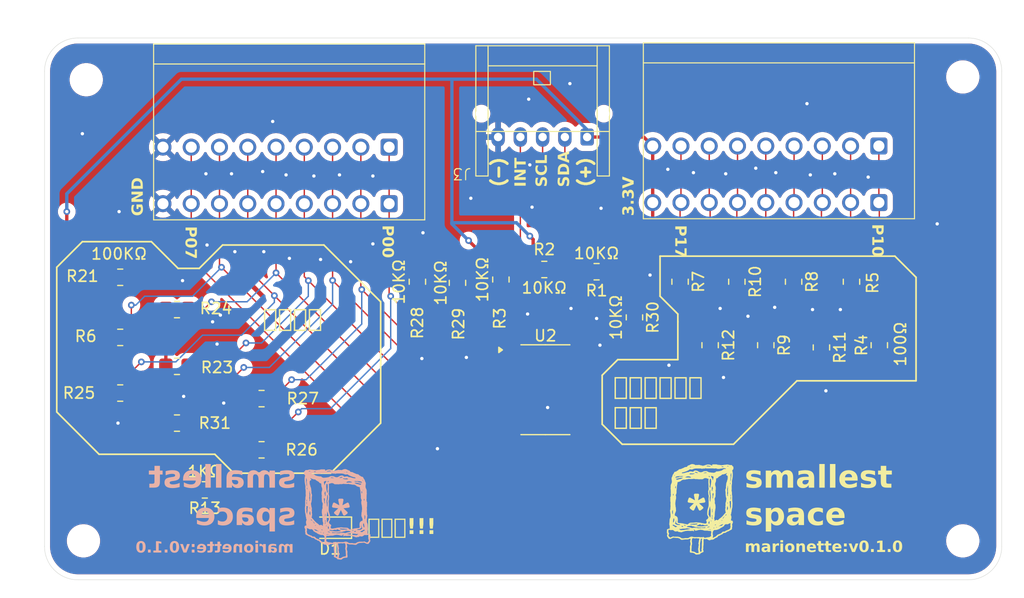
<source format=kicad_pcb>
(kicad_pcb (version 20240108) (generator "pcbnew") (generator_version "8.0")
  (layers (0 "F.Cu" signal "Front") (1 "In1.Cu" signal) (2 "In2.Cu" signal) (31 "B.Cu" signal "Back") (34 "B.Paste" user) (35 "F.Paste" user) (36 "B.SilkS" user "B.Silkscreen") (37 "F.SilkS" user "F.Silkscreen") (38 "B.Mask" user) (39 "F.Mask" user) (44 "Edge.Cuts" user))
  (net 0 "")
  (net 1 "/INT")
  (net 2 "/SCL")
  (net 3 "+3.3V")
  (net 4 "/SDA")
  (net 5 "GND")
  (net 6 "/P14")
  (net 7 "/P13")
  (net 8 "/P11")
  (net 9 "Net-(U2-P11)")
  (net 10 "/P16")
  (net 11 "/P12")
  (net 12 "/P17")
  (net 13 "/P10")
  (net 14 "/P15")
  (net 15 "/P06")
  (net 16 "/P07")
  (net 17 "/P03")
  (net 18 "/P04")
  (net 19 "/P05")
  (net 20 "Net-(U2-P10)")
  (net 21 "/P00")
  (net 22 "Net-(U2-P13)")
  (net 23 "Net-(U2-P12)")
  (net 24 "/P01")
  (net 25 "Net-(U2-P15)")
  (net 26 "Net-(U2-P14)")
  (net 27 "Net-(U2-P17)")
  (net 28 "/P02")
  (net 29 "Net-(U2-P16)")
  (net 30 "Net-(U2-A2)")
  (net 31 "Net-(U2-A1)")
  (net 32 "Net-(U2-A0)")
  (net 33 "Net-(D1-A)")
  (footprint "Resistor_SMD:R_0805_2012Metric_Pad1.20x1.40mm_HandSolder" (layer "F.Cu") (at 126.3 85.1 -90)
    (property "Reference" "R9" (at 0 -1.65 90) (layer "F.SilkS"))
    (property "Value" "100Ω")
    (pad "1" smd roundrect (at -1 0 270) (size 1.2 1.4) (layers "F.Cu" "F.Paste" "F.Mask") (roundrect_rratio 0.208333) (net 6 "/P14"))
    (pad "2" smd roundrect (at 1 0 270) (size 1.2 1.4) (layers "F.Cu" "F.Paste" "F.Mask") (roundrect_rratio 0.208333) (net 26 "Net-(U2-P14)"))
  )
  (footprint "Resistor_SMD:R_0805_2012Metric_Pad1.20x1.40mm_HandSolder" (layer "F.Cu") (at 68.3 79)
    (property "Reference" "R21" (at -3.4 -0.1 0) (layer "F.SilkS"))
    (property "Value" "100KΩ" (at -0.1 -2.1 0) (layer "F.SilkS"))
    (pad "1" smd roundrect (at -1 0) (size 1.2 1.4) (layers "F.Cu" "F.Paste" "F.Mask") (roundrect_rratio 0.208333) (net 3 "+3.3V"))
    (pad "2" smd roundrect (at 1 0) (size 1.2 1.4) (layers "F.Cu" "F.Paste" "F.Mask") (roundrect_rratio 0.208333) (net 16 "/P07"))
  )
  (footprint "smallest-space-graphics-footprint:smallest_space_1" (layer "F.Cu") (at 120.4 99.85)
    (property "Reference" "G***" (hide yes))
    (property "Value" "LOGO" (hide yes))
  )
  (footprint "Resistor_SMD:R_0805_2012Metric_Pad1.20x1.40mm_HandSolder" (layer "F.Cu") (at 121.3 85.1 -90)
    (property "Reference" "R12" (at 0 -1.65 90) (layer "F.SilkS"))
    (property "Value" "100Ω")
    (pad "1" smd roundrect (at -1 0 270) (size 1.2 1.4) (layers "F.Cu" "F.Paste" "F.Mask") (roundrect_rratio 0.208333) (net 10 "/P16"))
    (pad "2" smd roundrect (at 1 0 270) (size 1.2 1.4) (layers "F.Cu" "F.Paste" "F.Mask") (roundrect_rratio 0.208333) (net 29 "Net-(U2-P16)"))
  )
  (footprint "Resistor_SMD:R_0805_2012Metric_Pad1.20x1.40mm_HandSolder" (layer "F.Cu") (at 98.6 79.5 -90)
    (property "Reference" "R29" (at 3.7 -0.1 90) (layer "F.SilkS"))
    (property "Value" "10KΩ" (at 0 1.5 90) (layer "F.SilkS"))
    (pad "1" smd roundrect (at -1 0 270) (size 1.2 1.4) (layers "F.Cu" "F.Paste" "F.Mask") (roundrect_rratio 0.208333) (net 5 "GND"))
    (pad "2" smd roundrect (at 1 0 270) (size 1.2 1.4) (layers "F.Cu" "F.Paste" "F.Mask") (roundrect_rratio 0.208333) (net 31 "Net-(U2-A1)"))
  )
  (footprint "Resistor_SMD:R_0805_2012Metric_Pad1.20x1.40mm_HandSolder" (layer "F.Cu") (at 81 94.5)
    (property "Reference" "R26" (at 3.6 0 0) (layer "F.SilkS"))
    (property "Value" "100KΩ")
    (pad "1" smd roundrect (at -1 0) (size 1.2 1.4) (layers "F.Cu" "F.Paste" "F.Mask") (roundrect_rratio 0.208333) (net 3 "+3.3V"))
    (pad "2" smd roundrect (at 1 0) (size 1.2 1.4) (layers "F.Cu" "F.Paste" "F.Mask") (roundrect_rratio 0.208333) (net 21 "/P00"))
  )
  (footprint "Resistor_SMD:R_0805_2012Metric_Pad1.20x1.40mm_HandSolder" (layer "F.Cu") (at 73.4 81.9)
    (property "Reference" "R24" (at 3.5 -0.1 0) (layer "F.SilkS"))
    (property "Value" "100KΩ")
    (pad "1" smd roundrect (at -1 0) (size 1.2 1.4) (layers "F.Cu" "F.Paste" "F.Mask") (roundrect_rratio 0.208333) (net 3 "+3.3V"))
    (pad "2" smd roundrect (at 1 0) (size 1.2 1.4) (layers "F.Cu" "F.Paste" "F.Mask") (roundrect_rratio 0.208333) (net 18 "/P04"))
  )
  (footprint "MountingHole:MountingHole_2.5mm" (layer "F.Cu") (at 144 61 -90)
    (property "Reference" "H2" (hide yes))
    (property "Value" "MountingHole")
    (pad "" np_thru_hole circle (at 0 0 270) (size 2.5 2.5) (drill 2.5) (layers "*.Cu" "*.Mask"))
  )
  (footprint "Resistor_SMD:R_0805_2012Metric_Pad1.20x1.40mm_HandSolder" (layer "F.Cu") (at 73.4 92.1)
    (property "Reference" "R31" (at 3.4 0 0) (layer "F.SilkS"))
    (property "Value" "100KΩ")
    (pad "1" smd roundrect (at -1 0) (size 1.2 1.4) (layers "F.Cu" "F.Paste" "F.Mask") (roundrect_rratio 0.208333) (net 3 "+3.3V"))
    (pad "2" smd roundrect (at 1 0) (size 1.2 1.4) (layers "F.Cu" "F.Paste" "F.Mask") (roundrect_rratio 0.208333) (net 28 "/P02"))
  )
  (footprint "smallest-space-footprints:TBL009-254-09XX-2XX" (layer "F.Cu") (at 82.3 72.3875 180)
    (property "Reference" "SWITCHES1" (hide yes))
    (property "Value" "Conn_01x09_Socket")
    (pad "1" thru_hole roundrect (at -10.16 0 180) (size 1.524 1.524) (drill 1) (layers "*.Cu" "*.Mask") (roundrect_rratio 0.1640419948) (net 21 "/P00"))
    (pad "1" thru_hole roundrect (at -10.16 5.08 180) (size 1.524 1.524) (drill 1) (layers "*.Cu" "*.Mask") (roundrect_rratio 0.1640419948) (net 21 "/P00"))
    (pad "2" thru_hole circle (at -7.62 0 180) (size 1.524 1.524) (drill 1) (layers "*.Cu" "*.Mask") (net 24 "/P01"))
    (pad "2" thru_hole circle (at -7.62 5.08 180) (size 1.524 1.524) (drill 1) (layers "*.Cu" "*.Mask") (net 24 "/P01"))
    (pad "3" thru_hole circle (at -5.08 0 180) (size 1.524 1.524) (drill 1) (layers "*.Cu" "*.Mask") (net 28 "/P02"))
    (pad "3" thru_hole circle (at -5.08 5.08 180) (size 1.524 1.524) (drill 1) (layers "*.Cu" "*.Mask") (net 28 "/P02"))
    (pad "4" thru_hole circle (at -2.54 0 180) (size 1.524 1.524) (drill 1) (layers "*.Cu" "*.Mask") (net 17 "/P03"))
    (pad "4" thru_hole circle (at -2.54 5.08 180) (size 1.524 1.524) (drill 1) (layers "*.Cu" "*.Mask") (net 17 "/P03"))
    (pad "5" thru_hole circle (at 0 0 180) (size 1.524 1.524) (drill 1) (layers "*.Cu" "*.Mask") (net 18 "/P04"))
    (pad "5" thru_hole circle (at 0 5.08 180) (size 1.524 1.524) (drill 1) (layers "*.Cu" "*.Mask") (net 18 "/P04"))
    (pad "6" thru_hole circle (at 2.54 0 180) (size 1.524 1.524) (drill 1) (layers "*.Cu" "*.Mask") (net 19 "/P05"))
    (pad "6" thru_hole circle (at 2.54 5.08 180) (size 1.524 1.524) (drill 1) (layers "*.Cu" "*.Mask") (net 19 "/P05"))
    (pad "7" thru_hole circle (at 5.08 0 180) (size 1.524 1.524) (drill 1) (layers "*.Cu" "*.Mask") (net 15 "/P06"))
    (pad "7" thru_hole circle (at 5.08 5.08 180) (size 1.524 1.524) (drill 1) (layers "*.Cu" "*.Mask") (net 15 "/P06"))
    (pad "8" thru_hole circle (at 7.62 0 180) (size 1.524 1.524) (drill 1) (layers "*.Cu" "*.Mask") (net 16 "/P07"))
    (pad "8" thru_hole circle (at 7.62 5.08 180) (size 1.524 1.524) (drill 1) (layers "*.Cu" "*.Mask") (net 16 "/P07"))
    (pad "9" thru_hole circle (at 10.16 0 180) (size 1.524 1.524) (drill 1) (layers "*.Cu" "*.Mask") (net 5 "GND"))
    (pad "9" thru_hole circle (at 10.16 5.08 180) (size 1.524 1.524) (drill 1) (layers "*.Cu" "*.Mask") (net 5 "GND"))
  )
  (footprint "Resistor_SMD:R_0805_2012Metric_Pad1.20x1.40mm_HandSolder" (layer "F.Cu") (at 114.5 82.6 -90)
    (property "Reference" "R30" (at 0 -1.65 90) (layer "F.SilkS"))
    (property "Value" "10KΩ" (at 0 1.65 90) (layer "F.SilkS"))
    (pad "1" smd roundrect (at -1 0 270) (size 1.2 1.4) (layers "F.Cu" "F.Paste" "F.Mask") (roundrect_rratio 0.208333) (net 5 "GND"))
    (pad "2" smd roundrect (at 1 0 270) (size 1.2 1.4) (layers "F.Cu" "F.Paste" "F.Mask") (roundrect_rratio 0.208333) (net 32 "Net-(U2-A0)"))
  )
  (footprint "Resistor_SMD:R_0805_2012Metric_Pad1.20x1.40mm_HandSolder" (layer "F.Cu") (at 123.7 79.4 -90)
    (property "Reference" "R10" (at 0 -1.65 90) (layer "F.SilkS"))
    (property "Value" "100Ω")
    (pad "1" smd roundrect (at -1 0 270) (size 1.2 1.4) (layers "F.Cu" "F.Paste" "F.Mask") (roundrect_rratio 0.208333) (net 14 "/P15"))
    (pad "2" smd roundrect (at 1 0 270) (size 1.2 1.4) (layers "F.Cu" "F.Paste" "F.Mask") (roundrect_rratio 0.208333) (net 25 "Net-(U2-P15)"))
  )
  (footprint "Resistor_SMD:R_0805_2012Metric_Pad1.20x1.40mm_HandSolder" (layer "F.Cu") (at 73.4 87)
    (property "Reference" "R23" (at 3.6 0.1 0) (layer "F.SilkS"))
    (property "Value" "100KΩ")
    (pad "1" smd roundrect (at -1 0) (size 1.2 1.4) (layers "F.Cu" "F.Paste" "F.Mask") (roundrect_rratio 0.208333) (net 3 "+3.3V"))
    (pad "2" smd roundrect (at 1 0) (size 1.2 1.4) (layers "F.Cu" "F.Paste" "F.Mask") (roundrect_rratio 0.208333) (net 17 "/P03"))
  )
  (footprint "Resistor_SMD:R_0805_2012Metric_Pad1.20x1.40mm_HandSolder" (layer "F.Cu") (at 131.3 85.3 -90)
    (property "Reference" "R11" (at 0 -1.65 90) (layer "F.SilkS"))
    (property "Value" "100Ω")
    (pad "1" smd roundrect (at -1 0 270) (size 1.2 1.4) (layers "F.Cu" "F.Paste" "F.Mask") (roundrect_rratio 0.208333) (net 11 "/P12"))
    (pad "2" smd roundrect (at 1 0 270) (size 1.2 1.4) (layers "F.Cu" "F.Paste" "F.Mask") (roundrect_rratio 0.208333) (net 23 "Net-(U2-P12)"))
  )
  (footprint "Package_SO:TSSOP-24_4.4x7.8mm_P0.65mm" (layer "F.Cu") (at 106.5 89.1)
    (property "Reference" "U2" (at 0 -4.85 0) (layer "F.SilkS"))
    (property "Value" "TCA9535PWR")
    (pad "1" smd roundrect (at -2.8625 -3.575) (size 1.475 0.4) (layers "F.Cu" "F.Paste" "F.Mask") (net 1 "/INT"))
    (pad "2" smd roundrect (at -2.8625 -2.925) (size 1.475 0.4) (layers "F.Cu" "F.Paste" "F.Mask") (net 31 "Net-(U2-A1)"))
    (pad "3" smd roundrect (at -2.8625 -2.275) (size 1.475 0.4) (layers "F.Cu" "F.Paste" "F.Mask") (net 30 "Net-(U2-A2)"))
    (pad "4" smd roundrect (at -2.8625 -1.625) (size 1.475 0.4) (layers "F.Cu" "F.Paste" "F.Mask") (net 21 "/P00"))
    (pad "5" smd roundrect (at -2.8625 -0.975) (size 1.475 0.4) (layers "F.Cu" "F.Paste" "F.Mask") (net 24 "/P01"))
    (pad "6" smd roundrect (at -2.8625 -0.325) (size 1.475 0.4) (layers "F.Cu" "F.Paste" "F.Mask") (net 28 "/P02"))
    (pad "7" smd roundrect (at -2.8625 0.325) (size 1.475 0.4) (layers "F.Cu" "F.Paste" "F.Mask") (net 17 "/P03"))
    (pad "8" smd roundrect (at -2.8625 0.975) (size 1.475 0.4) (layers "F.Cu" "F.Paste" "F.Mask") (net 18 "/P04"))
    (pad "9" smd roundrect (at -2.8625 1.625) (size 1.475 0.4) (layers "F.Cu" "F.Paste" "F.Mask") (net 19 "/P05"))
    (pad "10" smd roundrect (at -2.8625 2.275) (size 1.475 0.4) (layers "F.Cu" "F.Paste" "F.Mask") (net 15 "/P06"))
    (pad "11" smd roundrect (at -2.8625 2.925) (size 1.475 0.4) (layers "F.Cu" "F.Paste" "F.Mask") (net 16 "/P07"))
    (pad "12" smd roundrect (at -2.8625 3.575) (size 1.475 0.4) (layers "F.Cu" "F.Paste" "F.Mask") (net 5 "GND"))
    (pad "13" smd roundrect (at 2.8625 3.575) (size 1.475 0.4) (layers "F.Cu" "F.Paste" "F.Mask") (net 20 "Net-(U2-P10)"))
    (pad "14" smd roundrect (at 2.8625 2.925) (size 1.475 0.4) (layers "F.Cu" "F.Paste" "F.Mask") (net 9 "Net-(U2-P11)"))
    (pad "15" smd roundrect (at 2.8625 2.275) (size 1.475 0.4) (layers "F.Cu" "F.Paste" "F.Mask") (net 23 "Net-(U2-P12)"))
    (pad "16" smd roundrect (at 2.8625 1.625) (size 1.475 0.4) (layers "F.Cu" "F.Paste" "F.Mask") (net 22 "Net-(U2-P13)"))
    (pad "17" smd roundrect (at 2.8625 0.975) (size 1.475 0.4) (layers "F.Cu" "F.Paste" "F.Mask") (net 26 "Net-(U2-P14)"))
    (pad "18" smd roundrect (at 2.8625 0.325) (size 1.475 0.4) (layers "F.Cu" "F.Paste" "F.Mask") (net 25 "Net-(U2-P15)"))
    (pad "19" smd roundrect (at 2.8625 -0.325) (size 1.475 0.4) (layers "F.Cu" "F.Paste" "F.Mask") (net 29 "Net-(U2-P16)"))
    (pad "20" smd roundrect (at 2.8625 -0.975) (size 1.475 0.4) (layers "F.Cu" "F.Paste" "F.Mask") (net 27 "Net-(U2-P17)"))
    (pad "21" smd roundrect (at 2.8625 -1.625) (size 1.475 0.4) (layers "F.Cu" "F.Paste" "F.Mask") (net 32 "Net-(U2-A0)"))
    (pad "22" smd roundrect (at 2.8625 -2.275) (size 1.475 0.4) (layers "F.Cu" "F.Paste" "F.Mask") (net 2 "/SCL"))
    (pad "23" smd roundrect (at 2.8625 -2.925) (size 1.475 0.4) (layers "F.Cu" "F.Paste" "F.Mask") (net 4 "/SDA"))
    (pad "24" smd roundrect (at 2.8625 -3.575) (size 1.475 0.4) (layers "F.Cu" "F.Paste" "F.Mask") (net 3 "+3.3V"))
  )
  (footprint "Resistor_SMD:R_0805_2012Metric_Pad1.20x1.40mm_HandSolder" (layer "F.Cu") (at 95 79.4 -90)
    (property "Reference" "R28" (at 3.7 0 90) (layer "F.SilkS"))
    (property "Value" "10KΩ" (at 0 1.65 90) (layer "F.SilkS"))
    (pad "1" smd roundrect (at -1 0 270) (size 1.2 1.4) (layers "F.Cu" "F.Paste" "F.Mask") (roundrect_rratio 0.208333) (net 5 "GND"))
    (pad "2" smd roundrect (at 1 0 270) (size 1.2 1.4) (layers "F.Cu" "F.Paste" "F.Mask") (roundrect_rratio 0.208333) (net 30 "Net-(U2-A2)"))
  )
  (footprint "MountingHole:MountingHole_2.5mm" (layer "F.Cu") (at 65 102.67868 -90)
    (property "Reference" "H4" (hide yes))
    (property "Value" "MountingHole")
    (pad "" np_thru_hole circle (at 0 0 270) (size 2.5 2.5) (drill 2.5) (layers "*.Cu" "*.Mask"))
  )
  (footprint "LED_SMD:LED_0805_2012Metric_Pad1.15x1.40mm_HandSolder" (layer "F.Cu") (at 87.225 101.5 180)
    (property "Reference" "D1" (at 0.075 -1.9 0) (layer "F.SilkS"))
    (property "Value" "Power")
    (pad "1" smd roundrect (at -1.025 0 180) (size 1.15 1.4) (layers "F.Cu" "F.Paste" "F.Mask") (roundrect_rratio 0.217391) (net 5 "GND"))
    (pad "2" smd roundrect (at 1.025 0 180) (size 1.15 1.4) (layers "F.Cu" "F.Paste" "F.Mask") (roundrect_rratio 0.217391) (net 33 "Net-(D1-A)"))
  )
  (footprint "MountingHole:MountingHole_2.5mm" (layer "F.Cu") (at 144 102.67868 -90)
    (property "Reference" "H3" (hide yes))
    (property "Value" "MountingHole")
    (pad "" np_thru_hole circle (at 0 0 270) (size 2.5 2.5) (drill 2.5) (layers "*.Cu" "*.Mask"))
  )
  (footprint "Resistor_SMD:R_0805_2012Metric_Pad1.20x1.40mm_HandSolder" (layer "F.Cu") (at 102.5 79.2 -90)
    (property "Reference" "R3" (at 3.5 0.1 90) (layer "F.SilkS"))
    (property "Value" "10KΩ" (at 0 1.65 90) (layer "F.SilkS"))
    (pad "1" smd roundrect (at -1 0 270) (size 1.2 1.4) (layers "F.Cu" "F.Paste" "F.Mask") (roundrect_rratio 0.208333) (net 3 "+3.3V"))
    (pad "2" smd roundrect (at 1 0 270) (size 1.2 1.4) (layers "F.Cu" "F.Paste" "F.Mask") (roundrect_rratio 0.208333) (net 1 "/INT"))
  )
  (footprint "Resistor_SMD:R_0805_2012Metric_Pad1.20x1.40mm_HandSolder" (layer "F.Cu") (at 68.3 89.4)
    (property "Reference" "R25" (at -3.7 0 0) (layer "F.SilkS"))
    (property "Value" "100KΩ")
    (pad "1" smd roundrect (at -1 0) (size 1.2 1.4) (layers "F.Cu" "F.Paste" "F.Mask") (roundrect_rratio 0.208333) (net 3 "+3.3V"))
    (pad "2" smd roundrect (at 1 0) (size 1.2 1.4) (layers "F.Cu" "F.Paste" "F.Mask") (roundrect_rratio 0.208333) (net 19 "/P05"))
  )
  (footprint "Resistor_SMD:R_0805_2012Metric_Pad1.20x1.40mm_HandSolder" (layer "F.Cu") (at 128.8 79.4 -90)
    (property "Reference" "R8" (at 0 -1.65 90) (layer "F.SilkS"))
    (property "Value" "100Ω")
    (pad "1" smd roundrect (at -1 0 270) (size 1.2 1.4) (layers "F.Cu" "F.Paste" "F.Mask") (roundrect_rratio 0.208333) (net 7 "/P13"))
    (pad "2" smd roundrect (at 1 0 270) (size 1.2 1.4) (layers "F.Cu" "F.Paste" "F.Mask") (roundrect_rratio 0.208333) (net 22 "Net-(U2-P13)"))
  )
  (footprint "smallest-space-footprints:TBL009-254-09XX-2XX" (layer "F.Cu") (at 126.3 72.2875 180)
    (property "Reference" "DISPLAY_LEDS1" (hide yes))
    (property "Value" "Conn_01x09_Socket")
    (pad "1" thru_hole roundrect (at -10.16 0 180) (size 1.524 1.524) (drill 1) (layers "*.Cu" "*.Mask") (roundrect_rratio 0.1640419948) (net 13 "/P10"))
    (pad "1" thru_hole roundrect (at -10.16 5.08 180) (size 1.524 1.524) (drill 1) (layers "*.Cu" "*.Mask") (roundrect_rratio 0.1640419948) (net 13 "/P10"))
    (pad "2" thru_hole circle (at -7.62 0 180) (size 1.524 1.524) (drill 1) (layers "*.Cu" "*.Mask") (net 8 "/P11"))
    (pad "2" thru_hole circle (at -7.62 5.08 180) (size 1.524 1.524) (drill 1) (layers "*.Cu" "*.Mask") (net 8 "/P11"))
    (pad "3" thru_hole circle (at -5.08 0 180) (size 1.524 1.524) (drill 1) (layers "*.Cu" "*.Mask") (net 11 "/P12"))
    (pad "3" thru_hole circle (at -5.08 5.08 180) (size 1.524 1.524) (drill 1) (layers "*.Cu" "*.Mask") (net 11 "/P12"))
    (pad "4" thru_hole circle (at -2.54 0 180) (size 1.524 1.524) (drill 1) (layers "*.Cu" "*.Mask") (net 7 "/P13"))
    (pad "4" thru_hole circle (at -2.54 5.08 180) (size 1.524 1.524) (drill 1) (layers "*.Cu" "*.Mask") (net 7 "/P13"))
    (pad "5" thru_hole circle (at 0 0 180) (size 1.524 1.524) (drill 1) (layers "*.Cu" "*.Mask") (net 6 "/P14"))
    (pad "5" thru_hole circle (at 0 5.08 180) (size 1.524 1.524) (drill 1) (layers "*.Cu" "*.Mask") (net 6 "/P14"))
    (pad "6" thru_hole circle (at 2.54 0 180) (size 1.524 1.524) (drill 1) (layers "*.Cu" "*.Mask") (net 14 "/P15"))
    (pad "6" thru_hole circle (at 2.54 5.08 180) (size 1.524 1.524) (drill 1) (layers "*.Cu" "*.Mask") (net 14 "/P15"))
    (pad "7" thru_hole circle (at 5.08 0 180) (size 1.524 1.524) (drill 1) (layers "*.Cu" "*.Mask") (net 10 "/P16"))
    (pad "7" thru_hole circle (at 5.08 5.08 180) (size 1.524 1.524) (drill 1) (layers "*.Cu" "*.Mask") (net 10 "/P16"))
    (pad "8" thru_hole circle (at 7.62 0 180) (size 1.524 1.524) (drill 1) (layers "*.Cu" "*.Mask") (net 12 "/P17"))
    (pad "8" thru_hole circle (at 7.62 5.08 180) (size 1.524 1.524) (drill 1) (layers "*.Cu" "*.Mask") (net 12 "/P17"))
    (pad "9" thru_hole circle (at 10.16 0 180) (size 1.524 1.524) (drill 1) (layers "*.Cu" "*.Mask") (net 3 "+3.3V"))
    (pad "9" thru_hole circle (at 10.16 5.08 180) (size 1.524 1.524) (drill 1) (layers "*.Cu" "*.Mask") (net 3 "+3.3V"))
  )
  (footprint "Resistor_SMD:R_0805_2012Metric_Pad1.20x1.40mm_HandSolder" (layer "F.Cu") (at 68.3 84.4)
    (property "Reference" "R6" (at -3.1 -0.1 0) (layer "F.SilkS"))
    (property "Value" "100KΩ")
    (pad "1" smd roundrect (at -1 0) (size 1.2 1.4) (layers "F.Cu" "F.Paste" "F.Mask") (roundrect_rratio 0.208333) (net 3 "+3.3V"))
    (pad "2" smd roundrect (at 1 0) (size 1.2 1.4) (layers "F.Cu" "F.Paste" "F.Mask") (roundrect_rratio 0.208333) (net 15 "/P06"))
  )
  (footprint "smallest-space-footprints:JST_S05B-PASK-2_1x05_P2.00mm_Side_entry" (layer "F.Cu") (at 106.25 66.4 180)
    (property "Reference" "J3" (at 7.25 -3.3 180) (layer "F.SilkS") (effects (font (thickness 0.1))))
    (property "Value" "Conn_01x05_Pin")
    (pad "" np_thru_hole circle (at -5.5 2.1 180) (size 1 1) (drill 1.1) (layers "F&B.Cu" "*.Mask"))
    (pad "" np_thru_hole circle (at 5.5 2.1 180) (size 1 1) (drill 1.12) (layers "F&B.Cu" "*.Mask"))
    (pad "1" thru_hole roundrect (at -4 0 180) (size 1.2 1.524) (drill 0.75) (layers "*.Cu" "*.Mask") (roundrect_rratio 0.2083333333) (net 3 "+3.3V"))
    (pad "2" thru_hole oval (at -2 0 180) (size 1.2 1.75) (drill 0.75) (layers "*.Cu" "*.Mask") (net 4 "/SDA"))
    (pad "3" thru_hole oval (at 0 0 180) (size 1.2 1.75) (drill 0.75) (layers "*.Cu" "*.Mask") (net 2 "/SCL"))
    (pad "4" thru_hole oval (at 2 0 180) (size 1.2 1.75) (drill 0.75) (layers "*.Cu" "*.Mask") (net 1 "/INT"))
    (pad "5" thru_hole oval (at 4 0 180) (size 1.2 1.75) (drill 0.75) (layers "*.Cu" "*.Mask") (net 5 "GND"))
  )
  (footprint "Resistor_SMD:R_0805_2012Metric_Pad1.20x1.40mm_HandSolder" (layer "F.Cu") (at 106.4 78.3)
    (property "Reference" "R2" (at 0 -1.8 0) (layer "F.SilkS"))
    (property "Value" "10KΩ" (at 0 1.65 0) (layer "F.SilkS"))
    (pad "1" smd roundrect (at -1 0) (size 1.2 1.4) (layers "F.Cu" "F.Paste" "F.Mask") (roundrect_rratio 0.208333) (net 3 "+3.3V"))
    (pad "2" smd roundrect (at 1 0) (size 1.2 1.4) (layers "F.Cu" "F.Paste" "F.Mask") (roundrect_rratio 0.208333) (net 2 "/SCL"))
  )
  (footprint "Resistor_SMD:R_0805_2012Metric_Pad1.20x1.40mm_HandSolder" (layer "F.Cu") (at 118.6 79.4 -90)
    (property "Reference" "R7" (at 0 -1.65 90) (layer "F.SilkS"))
    (property "Value" "100Ω")
    (pad "1" smd roundrect (at -1 0 270) (size 1.2 1.4) (layers "F.Cu" "F.Paste" "F.Mask") (roundrect_rratio 0.208333) (net 12 "/P17"))
    (pad "2" smd roundrect (at 1 0 270) (size 1.2 1.4) (layers "F.Cu" "F.Paste" "F.Mask") (roundrect_rratio 0.208333) (net 27 "Net-(U2-P17)"))
  )
  (footprint "Resistor_SMD:R_0805_2012Metric_Pad1.20x1.40mm_HandSolder" (layer "F.Cu") (at 134 79.4 -90)
    (property "Reference" "R5" (at 0.1 -1.9 90) (layer "F.SilkS"))
    (property "Value" "100Ω")
    (pad "1" smd roundrect (at -1 0 270) (size 1.2 1.4) (layers "F.Cu" "F.Paste" "F.Mask") (roundrect_rratio 0.208333) (net 8 "/P11"))
    (pad "2" smd roundrect (at 1 0 270) (size 1.2 1.4) (layers "F.Cu" "F.Paste" "F.Mask") (roundrect_rratio 0.208333) (net 9 "Net-(U2-P11)"))
  )
  (footprint "Resistor_SMD:R_0805_2012Metric_Pad1.20x1.40mm_HandSolder" (layer "F.Cu") (at 111.1 78.5 180)
    (property "Reference" "R1" (at 0 -1.7 0) (layer "F.SilkS"))
    (property "Value" "10KΩ" (at 0 1.65 0) (layer "F.SilkS"))
    (pad "1" smd roundrect (at -1 0 180) (size 1.2 1.4) (layers "F.Cu" "F.Paste" "F.Mask") (roundrect_rratio 0.208333) (net 3 "+3.3V"))
    (pad "2" smd roundrect (at 1 0 180) (size 1.2 1.4) (layers "F.Cu" "F.Paste" "F.Mask") (roundrect_rratio 0.208333) (net 4 "/SDA"))
  )
  (footprint "MountingHole:MountingHole_2.5mm" (layer "F.Cu") (at 65.25 61.25 -90)
    (property "Reference" "H1" (hide yes))
    (property "Value" "MountingHole")
    (pad "" np_thru_hole circle (at 0 0 270) (size 2.5 2.5) (drill 2.5) (layers "*.Cu" "*.Mask"))
  )
  (footprint "Resistor_SMD:R_0805_2012Metric_Pad1.20x1.40mm_HandSolder" (layer "F.Cu") (at 81 89.9)
    (property "Reference" "R27" (at 3.7 0 0) (layer "F.SilkS"))
    (property "Value" "100KΩ")
    (pad "1" smd roundrect (at -1 0) (size 1.2 1.4) (layers "F.Cu" "F.Paste" "F.Mask") (roundrect_rratio 0.208333) (net 3 "+3.3V"))
    (pad "2" smd roundrect (at 1 0) (size 1.2 1.4) (layers "F.Cu" "F.Paste" "F.Mask") (roundrect_rratio 0.208333) (net 24 "/P01"))
  )
  (footprint "Resistor_SMD:R_0805_2012Metric_Pad1.20x1.40mm_HandSolder" (layer "F.Cu") (at 75.9 98.1 180)
    (property "Reference" "R13" (at 0 -1.65 0) (layer "F.SilkS"))
    (property "Value" "1KΩ" (at 0 1.65 0) (layer "F.SilkS"))
    (pad "1" smd roundrect (at -1 0 180) (size 1.2 1.4) (layers "F.Cu" "F.Paste" "F.Mask") (roundrect_rratio 0.208333) (net 33 "Net-(D1-A)"))
    (pad "2" smd roundrect (at 1 0 180) (size 1.2 1.4) (layers "F.Cu" "F.Paste" "F.Mask") (roundrect_rratio 0.208333) (net 3 "+3.3V"))
  )
  (footprint "Resistor_SMD:R_0805_2012Metric_Pad1.20x1.40mm_HandSolder" (layer "F.Cu") (at 136.5 85.1 -90)
    (property "Reference" "R4" (at 0 1.6 90) (layer "F.SilkS"))
    (property "Value" "100Ω" (at -0.1 -1.9 90) (layer "F.SilkS"))
    (pad "1" smd roundrect (at -1 0 270) (size 1.2 1.4) (layers "F.Cu" "F.Paste" "F.Mask") (roundrect_rratio 0.208333) (net 13 "/P10"))
    (pad "2" smd roundrect (at 1 0 270) (size 1.2 1.4) (layers "F.Cu" "F.Paste" "F.Mask") (roundrect_rratio 0.208333) (net 20 "Net-(U2-P10)"))
  )
  (footprint "smallest-space-graphics-footprint:smallest_space_1" (layer "B.Cu") (at 87.8 100.3 180)
    (property "Reference" "G***" (hide yes))
    (property "Value" "LOGO" (hide yes))
  )
  (gr_line (start 123.4 94) (end 113.4 94) (stroke (width 0.1524)) (layer "F.SilkS"))
  (gr_line (start 113.4 94) (end 111.6 92.2) (stroke (width 0.1524)) (layer "F.SilkS"))
  (gr_line (start 116.8 77.1) (end 137.9 77.1) (stroke (width 0.1524)) (layer "F.SilkS"))
  (gr_line (start 118.4 82.3) (end 116.8 80.7) (stroke (width 0.1524)) (layer "F.SilkS"))
  (gr_line (start 62.6 78.1) (end 62.6 91.1) (stroke (width 0.1524)) (layer "F.SilkS"))
  (gr_line (start 91.7 92.1) (end 91.7 81.2) (stroke (width 0.1524)) (layer "F.SilkS"))
  (gr_line (start 73.5 78.2) (end 71.1 75.8) (stroke (width 0.1524)) (layer "F.SilkS"))
  (gr_line (start 139.8 88.3) (end 129.1 88.3) (stroke (width 0.1524)) (layer "F.SilkS"))
  (gr_line (start 118.4 83) (end 118.4 82.3) (stroke (width 0.1524)) (layer "F.SilkS"))
  (gr_line (start 116.8 80.7) (end 116.8 77.1) (stroke (width 0.1524)) (layer "F.SilkS"))
  (gr_line (start 71.1 75.8) (end 68.4 75.8) (stroke (width 0.1524)) (layer "F.SilkS"))
  (gr_line (start 111.6 92.2) (end 111.6 87.8) (stroke (width 0.1524)) (layer "F.SilkS"))
  (gr_line (start 87.2 96.6) (end 91.7 92.1) (stroke (width 0.1524)) (layer "F.SilkS"))
  (gr_line (start 64.9 75.8) (end 62.6 78.1) (stroke (width 0.1524)) (layer "F.SilkS"))
  (gr_line (start 139.8 79) (end 139.8 88.3) (stroke (width 0.1524)) (layer "F.SilkS"))
  (gr_line (start 66.4 94.9) (end 76.8 94.9) (stroke (width 0.1524)) (layer "F.SilkS"))
  (gr_line (start 137.9 77.1) (end 139.8 79) (stroke (width 0.1524)) (layer "F.SilkS"))
  (gr_line (start 68.4 75.8) (end 64.9 75.8) (stroke (width 0.1524)) (layer "F.SilkS"))
  (gr_line (start 76.8 94.9) (end 78.5 96.6) (stroke (width 0.1524)) (layer "F.SilkS"))
  (gr_line (start 113 86.4) (end 118.4 86.4) (stroke (width 0.1524)) (layer "F.SilkS"))
  (gr_line (start 86.6 76.1) (end 77.5 76.1) (stroke (width 0.1524)) (layer "F.SilkS"))
  (gr_line (start 111.6 87.8) (end 113 86.4) (stroke (width 0.1524)) (layer "F.SilkS"))
  (gr_line (start 129.1 88.3) (end 123.4 94) (stroke (width 0.1524)) (layer "F.SilkS"))
  (gr_line (start 118.4 86.4) (end 118.4 83) (stroke (width 0.1524)) (layer "F.SilkS"))
  (gr_line (start 91.7 81.2) (end 86.6 76.1) (stroke (width 0.1524)) (layer "F.SilkS"))
  (gr_line (start 75.4 78.2) (end 73.5 78.2) (stroke (width 0.1524)) (layer "F.SilkS"))
  (gr_line (start 62.6 91.1) (end 66.4 94.9) (stroke (width 0.1524)) (layer "F.SilkS"))
  (gr_line (start 78.5 96.6) (end 87.2 96.6) (stroke (width 0.1524)) (layer "F.SilkS"))
  (gr_line (start 77.5 76.1) (end 75.4 78.2) (stroke (width 0.1524)) (layer "F.SilkS"))
  (gr_arc (start 144.5 57.5) (mid 146.62132 58.37868) (end 147.5 60.5) (stroke (width 0.0381)) (layer "Edge.Cuts"))
  (gr_line (start 147.5 60.5) (end 147.5 103.2) (stroke (width 0.0381)) (layer "Edge.Cuts"))
  (gr_line (start 61.5 103.2) (end 61.5 60.5) (stroke (width 0.0381)) (layer "Edge.Cuts"))
  (gr_arc (start 61.5 60.5) (mid 62.37868 58.37868) (end 64.5 57.5) (stroke (width 0.0381)) (layer "Edge.Cuts"))
  (gr_arc (start 147.5 103.17868) (mid 146.62132 105.3) (end 144.5 106.17868) (stroke (width 0.0381)) (layer "Edge.Cuts"))
  (gr_line (start 144.5 106.17868) (end 64.5 106.17868) (stroke (width 0.0381)) (layer "Edge.Cuts"))
  (gr_line (start 64.5 57.5) (end 144.5 57.5) (stroke (width 0.0381)) (layer "Edge.Cuts"))
  (gr_arc (start 64.5 106.17868) (mid 62.37868 105.3) (end 61.5 103.17868) (stroke (width 0.0381)) (layer "Edge.Cuts"))
  (gr_text "smallest\nspace" (at 84.1 101.6 0) (layer "B.SilkS") (effects (font (size 2 2) (thickness 0.3048) (bold yes)) (justify left bottom mirror)))
  (gr_text "marionette:v0.1.0" (at 83.9 103.9 0) (layer "B.SilkS") (effects (font (size 1 1) (thickness 0.175) (bold yes)) (justify left bottom mirror)))
  (gr_text "GND" (at 70.5 73.5 90) (layer "F.SilkS") (effects (font (size 1 1) (thickness 0.1524) (bold yes)) (justify left bottom)))
  (gr_text "SCL" (at 106.8 70.9 90) (layer "F.SilkS") (effects (font (size 1 1) (thickness 0.25) (bold yes)) (justify left bottom)))
  (gr_text "INT" (at 104.9 70.9 90) (layer "F.SilkS") (effects (font (size 1 1) (thickness 0.25) (bold yes)) (justify left bottom)))
  (gr_text "P10" (at 135.7 74.2 270) (layer "F.SilkS") (effects (font (size 1 1) (thickness 0.1524) (bold yes)) (justify left bottom)))
  (gr_text "smallest\nspace" (at 124.4 101.6 0) (layer "F.SilkS") (effects (font (size 2 2) (thickness 0.3048) (bold yes)) (justify left bottom)))
  (gr_text "P17" (at 118 74.3 270) (layer "F.SilkS") (effects (font (size 1 1) (thickness 0.1524) (bold yes)) (justify left bottom)))
  (gr_text "ディスプレイ\nライト" (at 112.6 92.5 0) (layer "F.SilkS") (effects (font (size 1.6 1.6) (thickness 0.1524) (bold yes)) (justify left bottom)))
  (gr_text "P00" (at 91.7 74.3 -90) (layer "F.SilkS") (effects (font (size 1 1) (thickness 0.1524) (bold yes)) (justify left bottom)))
  (gr_text "P07" (at 74 74.4 -90) (layer "F.SilkS") (effects (font (size 1 1) (thickness 0.1524) (bold yes)) (justify left bottom)))
  (gr_text "3.3V" (at 114.6 73.5 90) (layer "F.SilkS") (effects (font (size 1 1) (thickness 0.1524) (bold yes)) (justify left bottom)))
  (gr_text "SDA" (at 108.8 70.9 90) (layer "F.SilkS") (effects (font (size 1 1) (thickness 0.25) (bold yes)) (justify left bottom)))
  (gr_text "スイッチ" (at 81.1 83.7 0) (layer "F.SilkS") (effects (font (size 1.6 1.6) (thickness 0.1524) (bold yes)) (justify left bottom)))
  (gr_text "(+)" (at 109.6 68.1 -90) (layer "F.SilkS") (effects (font (size 1 1) (thickness 0.25) (bold yes)) (justify left bottom)))
  (gr_text "marionette:v0.1.0" (at 124.4 103.85 0) (layer "F.SilkS") (effects (font (size 1 1) (thickness 0.175) (bold yes)) (justify left bottom)))
  (gr_text "(-)" (at 101.8 68.1 -90) (layer "F.SilkS") (effects (font (size 1 1) (thickness 0.25) (bold yes)) (justify left bottom)))
  (gr_text "パワー!!!" (at 90.5 102.3 0) (layer "F.SilkS") (effects (font (size 1.4 1.4) (thickness 0.1524) (bold yes)) (justify left bottom)))
  (segment (start 102.5 84.3875) (end 103.6375 85.525) (width 0.127) (layer "F.Cu") (net 1))
  (segment (start 104.25 78.45) (end 102.5 80.2) (width 0.127) (layer "F.Cu") (net 1))
  (segment (start 102.5 80.2) (end 102.5 84.3875) (width 0.127) (layer "F.Cu") (net 1))
  (segment (start 104.25 66.4) (end 104.25 78.45) (width 0.127) (layer "F.Cu") (net 1))
  (segment (start 106.25 66.4) (end 106.25 69.35) (width 0.127) (layer "F.Cu") (net 2))
  (segment (start 107.4 85.599999) (end 108.625001 86.825) (width 0.127) (layer "F.Cu") (net 2))
  (segment (start 107.4 78.3) (end 107.4 85.599999) (width 0.127) (layer "F.Cu") (net 2))
  (segment (start 107.4 70.5) (end 107.4 78.3) (width 0.127) (layer "F.Cu") (net 2))
  (segment (start 106.25 69.35) (end 107.4 70.5) (width 0.127) (layer "F.Cu") (net 2))
  (segment (start 108.625001 86.825) (end 109.3625 86.825) (width 0.127) (layer "F.Cu") (net 2))
  (segment (start 72.4 92.1) (end 72.4 94.4) (width 0.3) (layer "F.Cu") (net 3))
  (segment (start 65.4 94.5) (end 72.3 94.5) (width 0.3) (layer "F.Cu") (net 3))
  (segment (start 116.14 67.2075) (end 116.14 72.2875) (width 0.3) (layer "F.Cu") (net 3))
  (segment (start 112.1 78.5) (end 112.1 82.7875) (width 0.3) (layer "F.Cu") (net 3))
  (segment (start 99.6 75.7) (end 102.1 78.2) (width 0.3) (layer "F.Cu") (net 3))
  (segment (start 80 89.9) (end 80 94.5) (width 0.3) (layer "F.Cu") (net 3))
  (segment (start 112.5 78.5) (end 116.14 74.86) (width 0.3) (layer "F.Cu") (net 3))
  (segment (start 63.5 73.1) (end 63.5 89.4) (width 0.3) (layer "F.Cu") (net 3))
  (segment (start 67.3 89.4) (end 63.5 89.4) (width 0.3) (layer "F.Cu") (net 3))
  (segment (start 105.4 75.6) (end 105.4 78.3) (width 0.3) (layer "F.Cu") (net 3))
  (segment (start 74.9 96.9) (end 74.9 98.1) (width 0.3) (layer "F.Cu") (net 3))
  (segment (start 115.3325 66.4) (end 116.14 67.2075) (width 0.3) (layer "F.Cu") (net 3))
  (segment (start 112.1 78.5) (end 112.5 78.5) (width 0.3) (layer "F.Cu") (net 3))
  (segment (start 67.3 79) (end 67.3 89.4) (width 0.3) (layer "F.Cu") (net 3))
  (segment (start 102.1 78.2) (end 102.5 78.2) (width 0.3) (layer "F.Cu") (net 3))
  (segment (start 63.5 89.4) (end 63.5 92.6) (width 0.3) (layer "F.Cu") (net 3))
  (segment (start 116.14 74.86) (end 116.14 72.2875) (width 0.3) (layer "F.Cu") (net 3))
  (segment (start 63.5 92.6) (end 65.4 94.5) (width 0.3) (layer "F.Cu") (net 3))
  (segment (start 112.1 82.7875) (end 109.3625 85.525) (width 0.3) (layer "F.Cu") (net 3))
  (segment (start 72.4 94.4) (end 74.9 96.9) (width 0.3) (layer "F.Cu") (net 3))
  (segment (start 72.4 81.9) (end 72.4 92.1) (width 0.3) (layer "F.Cu") (net 3))
  (segment (start 110.25 66.4) (end 115.3325 66.4) (width 0.3) (layer "F.Cu") (net 3))
  (segment (start 105.1 75.3) (end 105.4 75.6) (width 0.3) (layer "F.Cu") (net 3))
  (segment (start 72.3 94.5) (end 80 94.5) (width 0.3) (layer "F.Cu") (net 3))
  (segment (start 72.4 94.4) (end 72.3 94.5) (width 0.3) (layer "F.Cu") (net 3))
  (via (at 99.6 75.7) (size 0.6) (drill 0.3) (layers "F.Cu" "B.Cu") (net 3))
  (via (at 105.1 75.3) (size 0.6) (drill 0.3) (layers "F.Cu" "B.Cu") (net 3))
  (via (at 63.5 73.1) (size 0.6) (drill 0.3) (layers "F.Cu" "B.Cu") (net 3))
  (segment (start 63.5 71.5) (end 63.5 73.1) (width 0.3) (layer "B.Cu") (net 3))
  (segment (start 103.9 74.1) (end 105.1 75.3) (width 0.3) (layer "B.Cu") (net 3))
  (segment (start 105.7 61.2) (end 98.1 61.2) (width 0.3) (layer "B.Cu") (net 3))
  (segment (start 98.1 61.2) (end 98.1 74.1) (width 0.3) (layer "B.Cu") (net 3))
  (segment (start 110.25 66.4) (end 110.25 65.75) (width 0.3) (layer "B.Cu") (net 3))
  (segment (start 98.1 61.2) (end 73.8 61.2) (width 0.3) (layer "B.Cu") (net 3))
  (segment (start 110.25 65.75) (end 105.7 61.2) (width 0.3) (layer "B.Cu") (net 3))
  (segment (start 98.1 74.1) (end 98.1 74.2) (width 0.3) (layer "B.Cu") (net 3))
  (segment (start 98.1 74.1) (end 103.9 74.1) (width 0.3) (layer "B.Cu") (net 3))
  (segment (start 98.1 74.2) (end 99.6 75.7) (width 0.3) (layer "B.Cu") (net 3))
  (segment (start 73.8 61.2) (end 63.5 71.5) (width 0.3) (layer "B.Cu") (net 3))
  (segment (start 108.4345 84.4655) (end 108.4345 85.984499) (width 0.127) (layer "F.Cu") (net 4))
  (segment (start 110.1 78.5) (end 110.1 82.8) (width 0.127) (layer "F.Cu") (net 4))
  (segment (start 108.25 76.65) (end 110.1 78.5) (width 0.127) (layer "F.Cu") (net 4))
  (segment (start 108.625001 86.175) (end 109.3625 86.175) (width 0.127) (layer "F.Cu") (net 4))
  (segment (start 110.1 82.8) (end 108.4345 84.4655) (width 0.127) (layer "F.Cu") (net 4))
  (segment (start 108.4345 85.984499) (end 108.625001 86.175) (width 0.127) (layer "F.Cu") (net 4))
  (segment (start 108.25 66.4) (end 108.25 76.65) (width 0.127) (layer "F.Cu") (net 4))
  (via (at 117.6 86.9) (size 0.6) (drill 0.3) (layers "F.Cu" "B.Cu") (net 5))
  (via (at 130.3 69.8) (size 0.6) (drill 0.3) (layers "F.Cu" "B.Cu") (net 5))
  (via (at 91 69.9) (size 0.6) (drill 0.3) (layers "F.Cu" "B.Cu") (net 5))
  (via (at 95.5 75) (size 0.6) (drill 0.3) (layers "F.Cu" "B.Cu") (net 5))
  (via (at 111.5 72.8) (size 0.6) (drill 0.3) (layers "F.Cu" "B.Cu") (net 5))
  (via (at 125.4 69.2) (size 0.6) (drill 0.3) (layers "F.Cu" "B.Cu") (net 5))
  (via (at 64.9 66.1) (size 0.6) (drill 0.3) (layers "F.Cu" "B.Cu") (net 5))
  (via (at 86.3 77.4) (size 0.6) (drill 0.3) (layers "F.Cu" "B.Cu") (net 5))
  (via (at 82 65) (size 0.6) (drill 0.3) (layers "F.Cu" "B.Cu") (net 5))
  (via (at 106.7 90.7) (size 0.6) (drill 0.3) (layers "F.Cu" "B.Cu") (net 5))
  (via (at 122.5 88) (size 0.6) (drill 0.3) (layers "F.Cu" "B.Cu") (net 5))
  (via (at 76 69.7) (size 0.6) (drill 0.3) (layers "F.Cu" "B.Cu") (net 5))
  (via (at 132.5 69.7) (size 0.6) (drill 0.3) (layers "F.Cu" "B.Cu") (net 5))
  (via (at 68.2 73.1) (size 0.6) (drill 0.3) (layers "F.Cu" "B.Cu") (net 5))
  (via (at 76.6 83) (size 0.6) (drill 0.3) (layers "F.Cu" "B.Cu") (net 5))
  (via (at 81.2 76.7) (size 0.6) (drill 0.3) (layers "F.Cu" "B.Cu") (net 5))
  (via (at 130.5 81.9) (size 0.6) (drill 0.3) (layers "F.Cu" "B.Cu") (net 5))
  (via (at 77 85) (size 0.6) (drill 0.3) (layers "F.Cu" "B.Cu") (net 5))
  (via (at 91 76) (size 0.6) (drill 0.3) (layers "F.Cu" "B.Cu") (net 5))
  (via (at 99.8 71.9) (size 0.6) (drill 0.3) (layers "F.Cu" "B.Cu") (net 5))
  (via (at 108.8 81.8) (size 0.6) (drill 0.3) (layers "F.Cu" "B.Cu") (net 5))
  (via (at 74 89.7) (size 0.6) (drill 0.3) (layers "F.Cu" "B.Cu") (net 5))
  (via (at 89 77.6) (size 0.6) (drill 0.3) (layers "F.Cu" "B.Cu") (net 5))
  (via (at 105.3 72.7) (size 0.6) (drill 0.3) (layers "F.Cu" "B.Cu") (net 5))
  (via (at 127.2 69.6) (size 0.6) (drill 0.3) (layers "F.Cu" "B.Cu") (net 5))
  (via (at 141.7 74.2) (size 0.6) (drill 0.3) (layers "F.Cu" "B.Cu") (net 5))
  (via (at 85.7 69.9) (size 0.6) (drill 0.3) (layers "F.Cu" "B.Cu") (net 5))
  (via (at 127.1 81.7) (size 0.6) (drill 0.3) (layers "F.Cu" "B.Cu") (net 5))
  (via (at 83.5 77.3) (size 0.6) (drill 0.3) (layers "F.Cu" "B.Cu") (net 5))
  (via (at 111.1 82.7) (size 0.6) (drill 0.3) (layers "F.Cu" "B.Cu") (net 5))
  (via (at 78.3 69.7) (size 0.6) (drill 0.3) (layers "F.Cu" "B.Cu") (net 5))
  (via (at 135.5 70) (size 0.6) (drill 0.3) (layers "F.Cu" "B.Cu") (net 5))
  (via (at 99.4 86.2) (size 0.6) (drill 0.3) (layers "F.Cu" "B.Cu") (net 5))
  (via (at 96.8 94.4) (size 0.6) (drill 0.3) (layers "F.Cu" "B.Cu") (net 5))
  (via (at 73.9 79.3) (size 0.6) (drill 0.3) (layers "F.Cu" "B.Cu") (net 5))
  (via (at 78.6 76.7) (size 0.6) (drill 0.3) (layers "F.Cu" "B.Cu") (net 5))
  (via (at 122.2 81.8) (size 0.6) (drill 0.3) (layers "F.Cu" "B.Cu") (net 5))
  (via (at 105 63) (size 0.6) (drill 0.3) (layers "F.Cu" "B.Cu") (net 5))
  (via (at 105.1 68.9) (size 0.6) (drill 0.3) (layers "F.Cu" "B.Cu") (net 5))
  (via (at 130 63.4) (size 0.6) (drill 0.3) (layers "F.Cu" "B.Cu") (net 5))
  (via (at 108.7 61.6) (size 0.6) (drill 0.3) (layers "F.Cu" "B.Cu") (net 5))
  (via (at 115.9 78.8) (size 0.6) (drill 0.3) (layers "F.Cu" "B.Cu") (net 5))
  (via (at 131.7 89.2) (size 0.6) (drill 0.3) (layers "F.Cu" "B.Cu") (net 5))
  (via (at 77.3 82.4) (size 0.6) (drill 0.3) (layers "F.Cu" "B.Cu") (net 5))
  (via (at 117.5 69.3) (size 0.6) (drill 0.3) (layers "F.Cu" "B.Cu") (net 5))
  (via (at 68.1 92.1) (size 0.6) (drill 0.3) (layers "F.Cu" "B.Cu") (net 5))
  (via (at 122.7 69.7) (size 0.6) (drill 0.3) (layers "F.Cu" "B.Cu") (net 5))
  (via (at 124.7 82.5) (size 0.6) (drill 0.3) (layers "F.Cu" "B.Cu") (net 5))
  (via (at 77.6 90.3) (size 0.6) (drill 0.3) (layers "F.Cu" "B.Cu") (net 5))
  (via (at 119.8 69.6) (size 0.6) (drill 0.3) (layers "F.Cu" "B.Cu") (net 5))
  (via (at 88 69.8) (size 0.6) (drill 0.3) (layers "F.Cu" "B.Cu") (net 5))
  (via (at 104.9 82.3) (size 0.6) (drill 0.3) (layers "F.Cu" "B.Cu") (net 5))
  (via (at 133 81.9) (size 0.6) (drill 0.3) (layers "F.Cu" "B.Cu") (net 5))
  (via (at 83.2 69.8) (size 0.6) (drill 0.3) (layers "F.Cu" "B.Cu") (net 5))
  (via (at 111.4 85.1) (size 0.6) (drill 0.3) (layers "F.Cu" "B.Cu") (net 5))
  (via (at 81.1 69.5) (size 0.6) (drill 0.3) (layers "F.Cu" "B.Cu") (net 5))
  (via (at 95.4 86.3) (size 0.6) (drill 0.3) (layers "F.Cu" "B.Cu") (net 5))
  (via (at 76.1 76.1) (size 0.6) (drill 0.3) (layers "F.Cu" "B.Cu") (net 5))
  (segment (start 126.3 67.2075) (end 126.3 72.2875) (width 0.127) (layer "F.Cu") (net 6))
  (segment (start 126.3 84.1) (end 126.3 72.2875) (width 0.127) (layer "F.Cu") (net 6))
  (segment (start 128.84 67.2075) (end 128.84 72.2875) (width 0.127) (layer "F.Cu") (net 7))
  (segment (start 128.8 72.3275) (end 128.84 72.2875) (width 0.127) (layer "F.Cu") (net 7))
  (segment (start 128.8 78.4) (end 128.8 72.3275) (width 0.127) (layer "F.Cu") (net 7))
  (segment (start 134 78.4) (end 134 78.2) (width 0.127) (layer "F.Cu") (net 8))
  (segment (start 133.92 67.2075) (end 133.92 72.2875) (width 0.127) (layer "F.Cu") (net 8))
  (segment (start 134 78.2) (end 133.92 78.12) (width 0.127) (layer "F.Cu") (net 8))
  (segment (start 133.92 78.12) (end 133.92 72.2875) (width 0.127) (layer "F.Cu") (net 8))
  (segment (start 126.5 92) (end 126.475 92.025) (width 0.127) (layer "F.Cu") (net 9))
  (segment (start 134 80.4) (end 134 85.029888) (width 0.127) (layer "F.Cu") (net 9))
  (segment (start 134 85.029888) (end 127.029888 92) (width 0.127) (layer "F.Cu") (net 9))
  (segment (start 127.029888 92) (end 126.5 92) (width 0.127) (layer "F.Cu") (net 9))
  (segment (start 126.475 92.025) (end 109.3625 92.025) (width 0.127) (layer "F.Cu") (net 9))
  (segment (start 121.3 84.1) (end 121.3 72.3675) (width 0.127) (layer "F.Cu") (net 10))
  (segment (start 121.3 72.3675) (end 121.22 72.2875) (width 0.127) (layer "F.Cu") (net 10))
  (segment (start 121.22 67.2075) (end 121.22 72.2875) (width 0.127) (layer "F.Cu") (net 10))
  (segment (start 131.3 72.3675) (end 131.38 72.2875) (width 0.127) (layer "F.Cu") (net 11))
  (segment (start 131.3 84.3) (end 131.3 72.3675) (width 0.127) (layer "F.Cu") (net 11))
  (segment (start 131.38 67.2075) (end 131.38 72.2875) (width 0.127) (layer "F.Cu") (net 11))
  (segment (start 118.6 72.3675) (end 118.68 72.2875) (width 0.127) (layer "F.Cu") (net 12))
  (segment (start 118.6 78.4) (end 118.6 72.3675) (width 0.127) (layer "F.Cu") (net 12))
  (segment (start 118.68 67.2075) (end 118.68 72.2875) (width 0.127) (layer "F.Cu") (net 12))
  (segment (start 136.5 72.3275) (end 136.46 72.2875) (width 0.127) (layer "F.Cu") (net 13))
  (segment (start 136.46 67.2075) (end 136.46 72.2875) (width 0.127) (layer "F.Cu") (net 13))
  (segment (start 136.5 84.1) (end 136.5 72.3275) (width 0.127) (layer "F.Cu") (net 13))
  (segment (start 123.7 78.4) (end 123.7 72.3475) (width 0.127) (layer "F.Cu") (net 14))
  (segment (start 123.7 72.3475) (end 123.76 72.2875) (width 0.127) (layer "F.Cu") (net 14))
  (segment (start 123.76 67.2075) (end 123.76 72.2875) (width 0.127) (layer "F.Cu") (net 14))
  (segment (start 69.3 84.4) (end 69.3 81.5) (width 0.127) (layer "F.Cu") (net 15))
  (segment (start 77.22 67.3075) (end 77.22 72.3875) (width 0.127) (layer "F.Cu") (net 15))
  (segment (start 77.22 77.92) (end 77.22 72.3875) (width 0.127) (layer "F.Cu") (net 15))
  (segment (start 103.6375 91.375) (end 90.675 91.375) (width 0.127) (layer "F.Cu") (net 15))
  (segment (start 77.4 78.1) (end 77.22 77.92) (width 0.127) (layer "F.Cu") (net 15))
  (segment (start 90.675 91.375) (end 86.05 86.75) (width 0.127) (layer "F.Cu") (net 15))
  (segment (start 86.05 86.75) (end 77.4 78.1) (width 0.127) (layer "F.Cu") (net 15))
  (via (at 77.4 78.1) (size 0.6) (drill 0.3) (layers "F.Cu" "B.Cu") (net 15))
  (via (at 69.3 81.5) (size 0.6) (drill 0.3) (layers "F.Cu" "B.Cu") (net 15))
  (segment (start 70.5 80.7) (end 74.8 80.7) (width 0.127) (layer "B.Cu") (net 15))
  (segment (start 69.7 81.5) (end 70.5 80.7) (width 0.127) (layer "B.Cu") (net 15))
  (segment (start 69.3 81.5) (end 69.7 81.5) (width 0.127) (layer "B.Cu") (net 15))
  (segment (start 74.8 80.7) (end 77.4 78.1) (width 0.127) (layer "B.Cu") (net 15))
  (segment (start 74.68 77.2) (end 74.68 72.3875) (width 0.127) (layer "F.Cu") (net 16))
  (segment (start 74.68 67.3075) (end 74.68 72.3875) (width 0.127) (layer "F.Cu") (net 16))
  (segment (start 89.425 92.025) (end 77.5 80.1) (width 0.127) (layer "F.Cu") (net 16))
  (segment (start 72.88 79) (end 74.68 77.2) (width 0.127) (layer "F.Cu") (net 16))
  (segment (start 77.45 80.15) (end 77.5 80.1) (width 0.127) (layer "F.Cu") (net 16))
  (segment (start 77.5 80.1) (end 74.68 77.28) (width 0.127) (layer "F.Cu") (net 16))
  (segment (start 69.3 79) (end 72.88 79) (width 0.127) (layer "F.Cu") (net 16))
  (segment (start 103.6375 92.025) (end 89.425 92.025) (width 0.127) (layer "F.Cu") (net 16))
  (segment (start 74.68 77.28) (end 74.68 77.2) (width 0.127) (layer "F.Cu") (net 16))
  (segment (start 95.325 89.425) (end 85.2 79.3) (width 0.127) (layer "F.Cu") (net 17))
  (segment (start 84.74 78.2) (end 84.84 78.1) (width 0.127) (layer "F.Cu") (net 17))
  (segment (start 85.2 79.3) (end 84.84 78.94) (width 0.127) (layer "F.Cu") (net 17))
  (segment (start 84.84 78.94) (end 84.84 78.1) (width 0.127) (layer "F.Cu") (net 17))
  (segment (start 74.4 87) (end 77.5 87) (width 0.127) (layer "F.Cu") (net 17))
  (segment (start 77.5 87) (end 79.6 84.9) (width 0.127) (layer "F.Cu") (net 17))
  (segment (start 84.84 67.3075) (end 84.84 72.3875) (width 0.127) (layer "F.Cu") (net 17))
  (segment (start 84.84 78.1) (end 84.84 72.3875) (width 0.127) (layer "F.Cu") (net 17))
  (segment (start 103.6375 89.425) (end 95.325 89.425) (width 0.127) (layer "F.Cu") (net 17))
  (via (at 79.6 84.9) (size 0.6) (drill 0.3) (layers "F.Cu" "B.Cu") (net 17))
  (via (at 85.2 79.3) (size 0.6) (drill 0.3) (layers "F.Cu" "B.Cu") (net 17))
  (segment (start 81 84.9) (end 85.2 80.7) (width 0.127) (layer "B.Cu") (net 17))
  (segment (start 79.6 84.9) (end 81 84.9) (width 0.127) (layer "B.Cu") (net 17))
  (segment (start 85.2 80.7) (end 85.2 79.3) (width 0.127) (layer "B.Cu") (net 17))
  (segment (start 103.6375 90.075) (end 93.775 90.075) (width 0.127) (layer "F.Cu") (net 18))
  (segment (start 83.95 80.25) (end 82.3 78.6) (width 0.127) (layer "F.Cu") (net 18))
  (segment (start 82.3 78.6) (end 82.3 72.3875) (width 0.127) (layer "F.Cu") (net 18))
  (segment (start 82.3 67.3075) (end 82.3 72.3875) (width 0.127) (layer "F.Cu") (net 18))
  (segment (start 93.775 90.075) (end 83.95 80.25) (width 0.127) (layer "F.Cu") (net 18))
  (segment (start 74.4 81.9) (end 75.8 81.9) (width 0.127) (layer "F.Cu") (net 18))
  (segment (start 75.8 81.9) (end 76.5 81.2) (width 0.127) (layer "F.Cu") (net 18))
  (via (at 76.5 81.2) (size 0.6) (drill 0.3) (layers "F.Cu" "B.Cu") (net 18))
  (via (at 82.3 78.6) (size 0.6) (drill 0.3) (layers "F.Cu" "B.Cu") (net 18))
  (segment (start 76.5 81.2) (end 79.7 81.2) (width 0.127) (layer "B.Cu") (net 18))
  (segment (start 79.7 81.2) (end 82.3 78.6) (width 0.127) (layer "B.Cu") (net 18))
  (segment (start 79.76 67.3075) (end 79.76 72.3875) (width 0.127) (layer "F.Cu") (net 19))
  (segment (start 85.7 84.2) (end 82.15 80.65) (width 0.127) (layer "F.Cu") (net 19))
  (segment (start 103.6375 90.725) (end 92.225 90.725) (width 0.127) (layer "F.Cu") (net 19))
  (segment (start 69.3 87.5) (end 70.2 86.6) (width 0.127) (layer "F.Cu") (net 19))
  (segment (start 79.76 78.26) (end 79.76 72.3875) (width 0.127) (layer "F.Cu") (net 19))
  (segment (start 92.225 90.725) (end 85.7 84.2) (width 0.127) (layer "F.Cu") (net 19))
  (segment (start 82.15 80.65) (end 79.76 78.26) (width 0.127) (layer "F.Cu") (net 19))
  (segment (start 69.3 89.4) (end 69.3 87.5) (width 0.127) (layer "F.Cu") (net 19))
  (via (at 82.15 80.65) (size 0.6) (drill 0.3) (layers "F.Cu" "B.Cu") (net 19))
  (via (at 70.2 86.6) (size 0.6) (drill 0.3) (layers "F.Cu" "B.Cu") (net 19))
  (segment (start 73.3 86.6) (end 75.7 84.2) (width 0.127) (layer "B.Cu") (net 19))
  (segment (start 82.15 81.25) (end 82.15 80.65) (width 0.127) (layer "B.Cu") (net 19))
  (segment (start 79.2 84.2) (end 82.15 81.25) (width 0.127) (layer "B.Cu") (net 19))
  (segment (start 75.7 84.2) (end 79.2 84.2) (width 0.127) (layer "B.Cu") (net 19))
  (segment (start 70.2 86.6) (end 73.3 86.6) (width 0.127) (layer "B.Cu") (net 19))
  (segment (start 129.925 92.675) (end 109.3625 92.675) (width 0.127) (layer "F.Cu") (net 20))
  (segment (start 136.5 86.1) (end 129.925 92.675) (width 0.127) (layer "F.Cu") (net 20))
  (segment (start 103.6375 87.475) (end 99.375 87.475) (width 0.127) (layer "F.Cu") (net 21))
  (segment (start 99.375 87.475) (end 92.6 80.7) (width 0.127) (layer "F.Cu") (net 21))
  (segment (start 82 94.5) (end 82 93.4) (width 0.127) (layer "F.Cu") (net 21))
  (segment (start 92.6 80.7) (end 92.46 80.56) (width 0.127) (layer "F.Cu") (net 21))
  (segment (start 82 93.4) (end 84.3 91.1) (width 0.127) (layer "F.Cu") (net 21))
  (segment (start 92.46 80.56) (end 92.46 76) (width 0.127) (layer "F.Cu") (net 21))
  (segment (start 92.46 76) (end 92.46 72.3875) (width 0.127) (layer "F.Cu") (net 21))
  (segment (start 92.46 67.3075) (end 92.46 72.3875) (width 0.127) (layer "F.Cu") (net 21))
  (via (at 92.6 80.7) (size 0.6) (drill 0.3) (layers "F.Cu" "B.Cu") (net 21))
  (via (at 84.3 91.1) (size 0.6) (drill 0.3) (layers "F.Cu" "B.Cu") (net 21))
  (segment (start 87.2 90.8) (end 92.6 85.4) (width 0.127) (layer "B.Cu") (net 21))
  (segment (start 84.6 90.8) (end 87.2 90.8) (width 0.127) (layer "B.Cu") (net 21))
  (segment (start 84.3 91.1) (end 84.6 90.8) (width 0.127) (layer "B.Cu") (net 21))
  (segment (start 92.6 85.4) (end 92.6 80.7) (width 0.127) (layer "B.Cu") (net 21))
  (segment (start 109.3625 90.725) (end 123.104888 90.725) (width 0.127) (layer "F.Cu") (net 22))
  (segment (start 128.8 85.029888) (end 128.8 80.4) (width 0.127) (layer "F.Cu") (net 22))
  (segment (start 123.104888 90.725) (end 128.8 85.029888) (width 0.127) (layer "F.Cu") (net 22))
  (segment (start 126.225 91.375) (end 109.3625 91.375) (width 0.127) (layer "F.Cu") (net 23))
  (segment (start 131.3 86.3) (end 126.225 91.375) (width 0.127) (layer "F.Cu") (net 23))
  (segment (start 89.92 80.02) (end 89.92 72.3875) (width 0.127) (layer "F.Cu") (net 24))
  (segment (start 103.6375 88.125) (end 98.025 88.125) (width 0.127) (layer "F.Cu") (net 24))
  (segment (start 98.025 88.125) (end 92.45 82.55) (width 0.127) (layer "F.Cu") (net 24))
  (segment (start 92.45 82.55) (end 90 80.1) (width 0.127) (layer "F.Cu") (net 24))
  (segment (start 90 80.1) (end 89.92 80.02) (width 0.127) (layer "F.Cu") (net 24))
  (segment (start 89.92 67.3075) (end 89.92 72.3875) (width 0.127) (layer "F.Cu") (net 24))
  (segment (start 82 89.9) (end 83.7 88.2) (width 0.127) (layer "F.Cu") (net 24))
  (via (at 90 80.1) (size 0.6) (drill 0.3) (layers "F.Cu" "B.Cu") (net 24))
  (via (at 83.7 88.2) (size 0.6) (drill 0.3) (layers "F.Cu" "B.Cu") (net 24))
  (segment (start 83.7 88.2) (end 85 88.2) (width 0.127) (layer "B.Cu") (net 24))
  (segment (start 90 83.2) (end 90 80.1) (width 0.127) (layer "B.Cu") (net 24))
  (segment (start 85 88.2) (end 90 83.2) (width 0.127) (layer "B.Cu") (net 24))
  (segment (start 123.7 85.129888) (end 123.7 80.4) (width 0.127) (layer "F.Cu") (net 25))
  (segment (start 119.404888 89.425) (end 123.7 85.129888) (width 0.127) (layer "F.Cu") (net 25))
  (segment (start 109.3625 89.425) (end 119.404888 89.425) (width 0.127) (layer "F.Cu") (net 25))
  (segment (start 126.3 86.1) (end 122.325 90.075) (width 0.127) (layer "F.Cu") (net 26))
  (segment (start 122.325 90.075) (end 109.3625 90.075) (width 0.127) (layer "F.Cu") (net 26))
  (segment (start 111.475 88.125) (end 109.3625 88.125) (width 0.127) (layer "F.Cu") (net 27))
  (segment (start 118.6 81) (end 111.475 88.125) (width 0.127) (layer "F.Cu") (net 27))
  (segment (start 118.6 80.4) (end 118.6 81) (width 0.127) (layer "F.Cu") (net 27))
  (segment (start 87.38 67.3075) (end 87.38 72.3875) (width 0.127) (layer "F.Cu") (net 28))
  (segment (start 87.38 79.28) (end 87.38 72.3875) (width 0.127) (layer "F.Cu") (net 28))
  (segment (start 96.875 88.775) (end 87.38 79.28) (width 0.127) (layer "F.Cu") (net 28))
  (segment (start 103.6375 88.775) (end 96.875 88.775) (width 0.127) (layer "F.Cu") (net 28))
  (segment (start 74.4 92.1) (end 79.4 87.1) (width 0.127) (layer "F.Cu") (net 28))
  (via (at 79.4 87.1) (size 0.6) (drill 0.3) (layers "F.Cu" "B.Cu") (net 28))
  (via (at 87.38 79.28) (size 0.6) (drill 0.3) (layers "F.Cu" "B.Cu") (net 28))
  (segment (start 79.4 87.1) (end 81.7 87.1) (width 0.127) (layer "B.Cu") (net 28))
  (segment (start 87.38 81.42) (end 87.38 79.28) (width 0.127) (layer "B.Cu") (net 28))
  (segment (start 81.7 87.1) (end 87.38 81.42) (width 0.127) (layer "B.Cu") (net 28))
  (segment (start 121.3 86.1) (end 118.625 88.775) (width 0.127) (layer "F.Cu") (net 29))
  (segment (start 118.625 88.775) (end 109.3625 88.775) (width 0.127) (layer "F.Cu") (net 29))
  (segment (start 101.425 86.825) (end 103.6375 86.825) (width 0.127) (layer "F.Cu") (net 30))
  (segment (start 95 80.4) (end 101.425 86.825) (width 0.127) (layer "F.Cu") (net 30))
  (segment (start 102.900001 86.175) (end 103.6375 86.175) (width 0.127) (layer "F.Cu") (net 31))
  (segment (start 98.6 81.874999) (end 102.900001 86.175) (width 0.127) (layer "F.Cu") (net 31))
  (segment (start 98.6 80.5) (end 98.6 81.874999) (width 0.127) (layer "F.Cu") (net 31))
  (segment (start 114.5 83.6) (end 110.625 87.475) (width 0.127) (layer "F.Cu") (net 32))
  (segment (start 110.625 87.475) (end 109.3625 87.475) (width 0.127) (layer "F.Cu") (net 32))
  (segment (start 80.3 101.5) (end 76.9 98.1) (width 0.127) (layer "F.Cu") (net 33))
  (segment (start 86.2 101.5) (end 80.3 101.5) (width 0.127) (layer "F.Cu") (net 33))
  (zone (net 5) (net_name "GND") (layers "F&B.Cu") (connect_pads (clearance 0.5)) (min_thickness 0.25) (fill yes (thermal_gap 0.5) (thermal_bridge_width 0.5))
    (polygon (pts (xy 149.5 55.5) (xy 149.5 106.9) (xy 65.238598 107.1) (xy 57.581857 107.118143) (xy 57.5 55.5)))
  )
)
</source>
